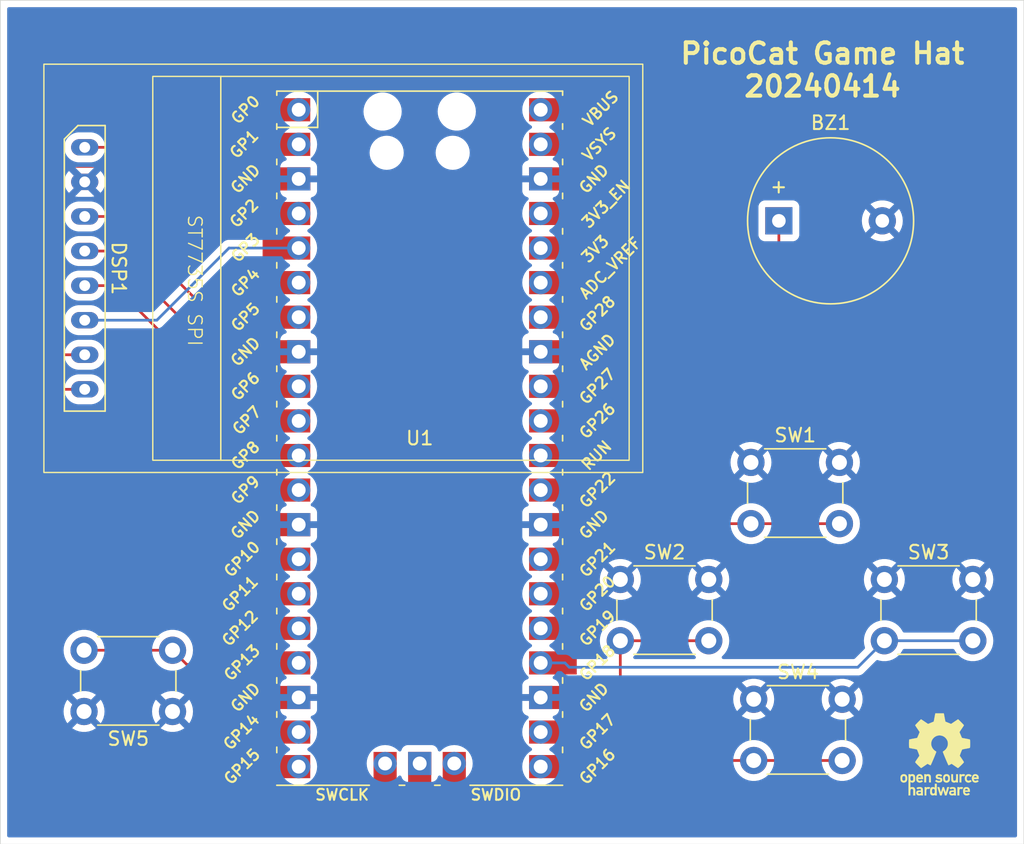
<source format=kicad_pcb>
(kicad_pcb (version 20240108) (generator "pcbnew") (generator_version "8.0")
  (layers (0 "F.Cu" signal) (31 "B.Cu" signal) (34 "B.Paste" user) (35 "F.Paste" user) (36 "B.SilkS" user "B.Silkscreen") (37 "F.SilkS" user "F.Silkscreen") (38 "B.Mask" user) (39 "F.Mask" user) (44 "Edge.Cuts" user))
  (net 0 "")
  (net 1 "Net-(DSP1-Vcc)")
  (net 2 "Net-(DSP1-D{slash}C)")
  (net 3 "GND")
  (net 4 "Net-(DSP1-LED)")
  (net 5 "Net-(DSP1-SCK)")
  (net 6 "Net-(DSP1-CS)")
  (net 7 "Net-(DSP1-RXD)")
  (net 8 "Net-(DSP1-Reset)")
  (net 31 "Net-(U1-GPIO19)")
  (net 32 "Net-(U1-GPIO17)")
  (net 33 "Net-(U1-GPIO18)")
  (net 34 "Net-(U1-GPIO16)")
  (net 35 "Net-(U1-GPIO13)")
  (net 36 "Net-(BZ1-+)")
  (footprint "Button_Switch_THT:SW_PUSH_6mm" (layer "F.Cu") (at 108.75 140.75)
    (property "Reference" "SW3" (at 3.25 -2 0) (layer "F.SilkS"))
    (property "Value" "Right")
    (pad "1" thru_hole circle (at 0 0 90) (size 2 2) (drill 1.1) (layers "*.Cu" "*.Mask") (net 3 "GND"))
    (pad "1" thru_hole circle (at 6.5 0 90) (size 2 2) (drill 1.1) (layers "*.Cu" "*.Mask") (net 3 "GND"))
    (pad "2" thru_hole circle (at 0 4.5 90) (size 2 2) (drill 1.1) (layers "*.Cu" "*.Mask") (net 33 "Net-(U1-GPIO18)"))
    (pad "2" thru_hole circle (at 6.5 4.5 90) (size 2 2) (drill 1.1) (layers "*.Cu" "*.Mask") (net 33 "Net-(U1-GPIO18)"))
  )
  (footprint "MCU_RaspberryPi_and_Boards:RPi_Pico_SMD_TH" (layer "F.Cu") (at 74.61 130.37)
    (property "Reference" "U1" (at 0 0 0) (layer "F.SilkS"))
    (property "Value" "Pico")
    (fp_text user "GP9" (at -12.8 3.81 45) (layer "F.SilkS") (effects (font (size 0.8 0.8))))
    (fp_text user "GP8" (at -12.8 1.27 45) (layer "F.SilkS") (effects (font (size 0.8 0.8))))
    (fp_text user "GP4" (at -12.8 -11.43 45) (layer "F.SilkS") (effects (font (size 0.8 0.8))))
    (fp_text user "GND" (at -12.8 -6.35 45) (layer "F.SilkS") (effects (font (size 0.8 0.8))))
    (fp_text user "GP7" (at -12.7 -1.3 45) (layer "F.SilkS") (effects (font (size 0.8 0.8))))
    (fp_text user "GP5" (at -12.8 -8.89 45) (layer "F.SilkS") (effects (font (size 0.8 0.8))))
    (fp_text user "GND" (at 12.8 -19.05 45) (layer "F.SilkS") (effects (font (size 0.8 0.8))))
    (fp_text user "GND" (at -12.8 19.05 45) (layer "F.SilkS") (effects (font (size 0.8 0.8))))
    (fp_text user "GND" (at 12.8 19.05 45) (layer "F.SilkS") (effects (font (size 0.8 0.8))))
    (fp_text user "GP13" (at -13.054 16.51 45) (layer "F.SilkS") (effects (font (size 0.8 0.8))))
    (fp_text user "GND" (at -12.8 -19.05 45) (layer "F.SilkS") (effects (font (size 0.8 0.8))))
    (fp_text user "GP10" (at -13.054 8.89 45) (layer "F.SilkS") (effects (font (size 0.8 0.8))))
    (fp_text user "3V3" (at 12.9 -13.9 45) (layer "F.SilkS") (effects (font (size 0.8 0.8))))
    (fp_text user "GP18" (at 13.054 16.51 45) (layer "F.SilkS") (effects (font (size 0.8 0.8))))
    (fp_text user "GP11" (at -13.2 11.43 45) (layer "F.SilkS") (effects (font (size 0.8 0.8))))
    (fp_text user "GP14" (at -13.1 21.59 45) (layer "F.SilkS") (effects (font (size 0.8 0.8))))
    (fp_text user "ADC_VREF" (at 14 -12.5 45) (layer "F.SilkS") (effects (font (size 0.8 0.8))))
    (fp_text user "GP26" (at 13.054 -1.27 45) (layer "F.SilkS") (effects (font (size 0.8 0.8))))
    (fp_text user "RUN" (at 13 1.27 45) (layer "F.SilkS") (effects (font (size 0.8 0.8))))
    (fp_text user "VBUS" (at 13.3 -24.2 45) (layer "F.SilkS") (effects (font (size 0.8 0.8))))
    (fp_text user "GP21" (at 13.054 8.9 45) (layer "F.SilkS") (effects (font (size 0.8 0.8))))
    (fp_text user "SWDIO" (at 5.6 26.2 0) (layer "F.SilkS") (effects (font (size 0.8 0.8))))
    (fp_text user "AGND" (at 13.054 -6.35 45) (layer "F.SilkS") (effects (font (size 0.8 0.8))))
    (fp_text user "VSYS" (at 13.2 -21.59 45) (layer "F.SilkS") (effects (font (size 0.8 0.8))))
    (fp_text user "GP20" (at 13.054 11.43 45) (layer "F.SilkS") (effects (font (size 0.8 0.8))))
    (fp_text user "GP12" (at -13.2 13.97 45) (layer "F.SilkS") (effects (font (size 0.8 0.8))))
    (fp_text user "GP22" (at 13.054 3.81 45) (layer "F.SilkS") (effects (font (size 0.8 0.8))))
    (fp_text user "GP6" (at -12.8 -3.81 45) (layer "F.SilkS") (effects (font (size 0.8 0.8))))
    (fp_text user "GP3" (at -12.8 -13.97 45) (layer "F.SilkS") (effects (font (size 0.8 0.8))))
    (fp_text user "GP15" (at -13.054 24.13 45) (layer "F.SilkS") (effects (font (size 0.8 0.8))))
    (fp_text user "SWCLK" (at -5.7 26.2 0) (layer "F.SilkS") (effects (font (size 0.8 0.8))))
    (fp_text user "GP19" (at 13.054 13.97 45) (layer "F.SilkS") (effects (font (size 0.8 0.8))))
    (fp_text user "GP2" (at -12.9 -16.51 45) (layer "F.SilkS") (effects (font (size 0.8 0.8))))
    (fp_text user "GND" (at 12.8 6.35 45) (layer "F.SilkS") (effects (font (size 0.8 0.8))))
    (fp_text user "3V3_EN" (at 13.7 -17.2 45) (layer "F.SilkS") (effects (font (size 0.8 0.8))))
    (fp_text user "GP17" (at 13.054 21.59 45) (layer "F.SilkS") (effects (font (size 0.8 0.8))))
    (fp_text user "GP27" (at 13.054 -3.8 45) (layer "F.SilkS") (effects (font (size 0.8 0.8))))
    (fp_text user "GP1" (at -12.9 -21.6 45) (layer "F.SilkS") (effects (font (size 0.8 0.8))))
    (fp_text user "GP0" (at -12.8 -24.13 45) (layer "F.SilkS") (effects (font (size 0.8 0.8))))
    (fp_text user "GP16" (at 13.054 24.13 45) (layer "F.SilkS") (effects (font (size 0.8 0.8))))
    (fp_text user "GND" (at -12.8 6.35 45) (layer "F.SilkS") (effects (font (size 0.8 0.8))))
    (fp_text user "GP28" (at 13.054 -9.144 45) (layer "F.SilkS") (effects (font (size 0.8 0.8))))
    (pad "" np_thru_hole oval (at -2.725 -24) (size 1.8 1.8) (drill 1.8) (layers "*.Cu" "*.Mask"))
    (pad "" np_thru_hole oval (at -2.425 -20.97) (size 1.5 1.5) (drill 1.5) (layers "*.Cu" "*.Mask"))
    (pad "" np_thru_hole oval (at 2.425 -20.97) (size 1.5 1.5) (drill 1.5) (layers "*.Cu" "*.Mask"))
    (pad "" np_thru_hole oval (at 2.725 -24) (size 1.8 1.8) (drill 1.8) (layers "*.Cu" "*.Mask"))
    (pad "1" thru_hole oval (at -8.89 -24.13) (size 1.7 1.7) (drill 1.02) (layers "*.Cu" "*.Mask") (net 4 "Net-(DSP1-LED)"))
    (pad "1" smd rect (at -8.89 -24.13) (size 3.5 1.7) (drill (offset -0.9 0)) (layers "F.Cu" "F.Mask") (net 4 "Net-(DSP1-LED)"))
    (pad "2" thru_hole oval (at -8.89 -21.59) (size 1.7 1.7) (drill 1.02) (layers "*.Cu" "*.Mask"))
    (pad "2" smd rect (at -8.89 -21.59) (size 3.5 1.7) (drill (offset -0.9 0)) (layers "F.Cu" "F.Mask"))
    (pad "3" thru_hole rect (at -8.89 -19.05) (size 1.7 1.7) (drill 1.02) (layers "*.Cu" "*.Mask") (net 3 "GND"))
    (pad "3" smd rect (at -8.89 -19.05) (size 3.5 1.7) (drill (offset -0.9 0)) (layers "F.Cu" "F.Mask") (net 3 "GND"))
    (pad "4" thru_hole oval (at -8.89 -16.51) (size 1.7 1.7) (drill 1.02) (layers "*.Cu" "*.Mask") (net 5 "Net-(DSP1-SCK)"))
    (pad "4" smd rect (at -8.89 -16.51) (size 3.5 1.7) (drill (offset -0.9 0)) (layers "F.Cu" "F.Mask") (net 5 "Net-(DSP1-SCK)"))
    (pad "5" thru_hole oval (at -8.89 -13.97) (size 1.7 1.7) (drill 1.02) (layers "*.Cu" "*.Mask") (net 7 "Net-(DSP1-RXD)"))
    (pad "5" smd rect (at -8.89 -13.97) (size 3.5 1.7) (drill (offset -0.9 0)) (layers "F.Cu" "F.Mask") (net 7 "Net-(DSP1-RXD)"))
    (pad "6" thru_hole oval (at -8.89 -11.43) (size 1.7 1.7) (drill 1.02) (layers "*.Cu" "*.Mask"))
    (pad "6" smd rect (at -8.89 -11.43) (size 3.5 1.7) (drill (offset -0.9 0)) (layers "F.Cu" "F.Mask"))
    (pad "7" thru_hole oval (at -8.89 -8.89) (size 1.7 1.7) (drill 1.02) (layers "*.Cu" "*.Mask") (net 6 "Net-(DSP1-CS)"))
    (pad "7" smd rect (at -8.89 -8.89) (size 3.5 1.7) (drill (offset -0.9 0)) (layers "F.Cu" "F.Mask") (net 6 "Net-(DSP1-CS)"))
    (pad "8" thru_hole rect (at -8.89 -6.35) (size 1.7 1.7) (drill 1.02) (layers "*.Cu" "*.Mask") (net 3 "GND"))
    (pad "8" smd rect (at -8.89 -6.35) (size 3.5 1.7) (drill (offset -0.9 0)) (layers "F.Cu" "F.Mask") (net 3 "GND"))
    (pad "9" thru_hole oval (at -8.89 -3.81) (size 1.7 1.7) (drill 1.02) (layers "*.Cu" "*.Mask") (net 8 "Net-(DSP1-Reset)"))
    (pad "9" smd rect (at -8.89 -3.81) (size 3.5 1.7) (drill (offset -0.9 0)) (layers "F.Cu" "F.Mask") (net 8 "Net-(DSP1-Reset)"))
    (pad "10" thru_hole oval (at -8.89 -1.27) (size 1.7 1.7) (drill 1.02) (layers "*.Cu" "*.Mask") (net 2 "Net-(DSP1-D{slash}C)"))
    (pad "10" smd rect (at -8.89 -1.27) (size 3.5 1.7) (drill (offset -0.9 0)) (layers "F.Cu" "F.Mask") (net 2 "Net-(DSP1-D{slash}C)"))
    (pad "11" thru_hole oval (at -8.89 1.27) (size 1.7 1.7) (drill 1.02) (layers "*.Cu" "*.Mask"))
    (pad "11" smd rect (at -8.89 1.27) (size 3.5 1.7) (drill (offset -0.9 0)) (layers "F.Cu" "F.Mask"))
    (pad "12" thru_hole oval (at -8.89 3.81) (size 1.7 1.7) (drill 1.02) (layers "*.Cu" "*.Mask"))
    (pad "12" smd rect (at -8.89 3.81) (size 3.5 1.7) (drill (offset -0.9 0)) (layers "F.Cu" "F.Mask"))
    (pad "13" thru_hole rect (at -8.89 6.35) (size 1.7 1.7) (drill 1.02) (layers "*.Cu" "*.Mask") (net 3 "GND"))
    (pad "13" smd rect (at -8.89 6.35) (size 3.5 1.7) (drill (offset -0.9 0)) (layers "F.Cu" "F.Mask") (net 3 "GND"))
    (pad "14" thru_hole oval (at -8.89 8.89) (size 1.7 1.7) (drill 1.02) (layers "*.Cu" "*.Mask"))
    (pad "14" smd rect (at -8.89 8.89) (size 3.5 1.7) (drill (offset -0.9 0)) (layers "F.Cu" "F.Mask"))
    (pad "15" thru_hole oval (at -8.89 11.43) (size 1.7 1.7) (drill 1.02) (layers "*.Cu" "*.Mask"))
    (pad "15" smd rect (at -8.89 11.43) (size 3.5 1.7) (drill (offset -0.9 0)) (layers "F.Cu" "F.Mask"))
    (pad "16" thru_hole oval (at -8.89 13.97) (size 1.7 1.7) (drill 1.02) (layers "*.Cu" "*.Mask"))
    (pad "16" smd rect (at -8.89 13.97) (size 3.5 1.7) (drill (offset -0.9 0)) (layers "F.Cu" "F.Mask"))
    (pad "17" thru_hole oval (at -8.89 16.51) (size 1.7 1.7) (drill 1.02) (layers "*.Cu" "*.Mask") (net 35 "Net-(U1-GPIO13)"))
    (pad "17" smd rect (at -8.89 16.51) (size 3.5 1.7) (drill (offset -0.9 0)) (layers "F.Cu" "F.Mask") (net 35 "Net-(U1-GPIO13)"))
    (pad "18" thru_hole rect (at -8.89 19.05) (size 1.7 1.7) (drill 1.02) (layers "*.Cu" "*.Mask") (net 3 "GND"))
    (pad "18" smd rect (at -8.89 19.05) (size 3.5 1.7) (drill (offset -0.9 0)) (layers "F.Cu" "F.Mask") (net 3 "GND"))
    (pad "19" thru_hole oval (at -8.89 21.59) (size 1.7 1.7) (drill 1.02) (layers "*.Cu" "*.Mask"))
    (pad "19" smd rect (at -8.89 21.59) (size 3.5 1.7) (drill (offset -0.9 0)) (layers "F.Cu" "F.Mask"))
    (pad "20" thru_hole oval (at -8.89 24.13) (size 1.7 1.7) (drill 1.02) (layers "*.Cu" "*.Mask"))
    (pad "20" smd rect (at -8.89 24.13) (size 3.5 1.7) (drill (offset -0.9 0)) (layers "F.Cu" "F.Mask"))
    (pad "21" thru_hole oval (at 8.89 24.13) (size 1.7 1.7) (drill 1.02) (layers "*.Cu" "*.Mask") (net 34 "Net-(U1-GPIO16)"))
    (pad "21" smd rect (at 8.89 24.13) (size 3.5 1.7) (drill (offset 0.9 0)) (layers "F.Cu" "F.Mask") (net 34 "Net-(U1-GPIO16)"))
    (pad "22" thru_hole oval (at 8.89 21.59) (size 1.7 1.7) (drill 1.02) (layers "*.Cu" "*.Mask") (net 32 "Net-(U1-GPIO17)"))
    (pad "22" smd rect (at 8.89 21.59) (size 3.5 1.7) (drill (offset 0.9 0)) (layers "F.Cu" "F.Mask") (net 32 "Net-(U1-GPIO17)"))
    (pad "23" thru_hole rect (at 8.89 19.05) (size 1.7 1.7) (drill 1.02) (layers "*.Cu" "*.Mask") (net 3 "GND"))
    (pad "23" smd rect (at 8.89 19.05) (size 3.5 1.7) (drill (offset 0.9 0)) (layers "F.Cu" "F.Mask") (net 3 "GND"))
    (pad "24" thru_hole oval (at 8.89 16.51) (size 1.7 1.7) (drill 1.02) (layers "*.Cu" "*.Mask") (net 33 "Net-(U1-GPIO18)"))
    (pad "24" smd rect (at 8.89 16.51) (size 3.5 1.7) (drill (offset 0.9 0)) (layers "F.Cu" "F.Mask") (net 33 "Net-(U1-GPIO18)"))
    (pad "25" thru_hole oval (at 8.89 13.97) (size 1.7 1.7) (drill 1.02) (layers "*.Cu" "*.Mask") (net 31 "Net-(U1-GPIO19)"))
    (pad "25" smd rect (at 8.89 13.97) (size 3.5 1.7) (drill (offset 0.9 0)) (layers "F.Cu" "F.Mask") (net 31 "Net-(U1-GPIO19)"))
    (pad "26" thru_hole oval (at 8.89 11.43) (size 1.7 1.7) (drill 1.02) (layers "*.Cu" "*.Mask") (net 36 "Net-(BZ1-+)"))
    (pad "26" smd rect (at 8.89 11.43) (size 3.5 1.7) (drill (offset 0.9 0)) (layers "F.Cu" "F.Mask") (net 36 "Net-(BZ1-+)"))
    (pad "27" thru_hole oval (at 8.89 8.89) (size 1.7 1.7) (drill 1.02) (layers "*.Cu" "*.Mask"))
    (pad "27" smd rect (at 8.89 8.89) (size 3.5 1.7) (drill (offset 0.9 0)) (layers "F.Cu" "F.Mask"))
    (pad "28" thru_hole rect (at 8.89 6.35) (size 1.7 1.7) (drill 1.02) (layers "*.Cu" "*.Mask") (net 3 "GND"))
    (pad "28" smd rect (at 8.89 6.35) (size 3.5 1.7) (drill (offset 0.9 0)) (layers "F.Cu" "F.Mask") (net 3 "GND"))
    (pad "29" thru_hole oval (at 8.89 3.81) (size 1.7 1.7) (drill 1.02) (layers "*.Cu" "*.Mask"))
    (pad "29" smd rect (at 8.89 3.81) (size 3.5 1.7) (drill (offset 0.9 0)) (layers "F.Cu" "F.Mask"))
    (pad "30" thru_hole oval (at 8.89 1.27) (size 1.7 1.7) (drill 1.02) (layers "*.Cu" "*.Mask"))
    (pad "30" smd rect (at 8.89 1.27) (size 3.5 1.7) (drill (offset 0.9 0)) (layers "F.Cu" "F.Mask"))
    (pad "31" thru_hole oval (at 8.89 -1.27) (size 1.7 1.7) (drill 1.02) (layers "*.Cu" "*.Mask"))
    (pad "31" smd rect (at 8.89 -1.27) (size 3.5 1.7) (drill (offset 0.9 0)) (layers "F.Cu" "F.Mask"))
    (pad "32" thru_hole oval (at 8.89 -3.81) (size 1.7 1.7) (drill 1.02) (layers "*.Cu" "*.Mask"))
    (pad "32" smd rect (at 8.89 -3.81) (size 3.5 1.7) (drill (offset 0.9 0)) (layers "F.Cu" "F.Mask"))
    (pad "33" thru_hole rect (at 8.89 -6.35) (size 1.7 1.7) (drill 1.02) (layers "*.Cu" "*.Mask") (net 3 "GND"))
    (pad "33" smd rect (at 8.89 -6.35) (size 3.5 1.7) (drill (offset 0.9 0)) (layers "F.Cu" "F.Mask") (net 3 "GND"))
    (pad "34" thru_hole oval (at 8.89 -8.89) (size 1.7 1.7) (drill 1.02) (layers "*.Cu" "*.Mask"))
    (pad "34" smd rect (at 8.89 -8.89) (size 3.5 1.7) (drill (offset 0.9 0)) (layers "F.Cu" "F.Mask"))
    (pad "35" thru_hole oval (at 8.89 -11.43) (size 1.7 1.7) (drill 1.02) (layers "*.Cu" "*.Mask"))
    (pad "35" smd rect (at 8.89 -11.43) (size 3.5 1.7) (drill (offset 0.9 0)) (layers "F.Cu" "F.Mask"))
    (pad "36" thru_hole oval (at 8.89 -13.97) (size 1.7 1.7) (drill 1.02) (layers "*.Cu" "*.Mask") (net 1 "Net-(DSP1-Vcc)"))
    (pad "36" smd rect (at 8.89 -13.97) (size 3.5 1.7) (drill (offset 0.9 0)) (layers "F.Cu" "F.Mask") (net 1 "Net-(DSP1-Vcc)"))
    (pad "37" thru_hole oval (at 8.89 -16.51) (size 1.7 1.7) (drill 1.02) (layers "*.Cu" "*.Mask"))
    (pad "37" smd rect (at 8.89 -16.51) (size 3.5 1.7) (drill (offset 0.9 0)) (layers "F.Cu" "F.Mask"))
    (pad "38" thru_hole rect (at 8.89 -19.05) (size 1.7 1.7) (drill 1.02) (layers "*.Cu" "*.Mask") (net 3 "GND"))
    (pad "38" smd rect (at 8.89 -19.05) (size 3.5 1.7) (drill (offset 0.9 0)) (layers "F.Cu" "F.Mask") (net 3 "GND"))
    (pad "39" thru_hole oval (at 8.89 -21.59) (size 1.7 1.7) (drill 1.02) (layers "*.Cu" "*.Mask"))
    (pad "39" smd rect (at 8.89 -21.59) (size 3.5 1.7) (drill (offset 0.9 0)) (layers "F.Cu" "F.Mask"))
    (pad "40" thru_hole oval (at 8.89 -24.13) (size 1.7 1.7) (drill 1.02) (layers "*.Cu" "*.Mask"))
    (pad "40" smd rect (at 8.89 -24.13) (size 3.5 1.7) (drill (offset 0.9 0)) (layers "F.Cu" "F.Mask"))
    (pad "41" thru_hole oval (at -2.54 23.9) (size 1.7 1.7) (drill 1.02) (layers "*.Cu" "*.Mask"))
    (pad "41" smd rect (at -2.54 23.9 90) (size 3.5 1.7) (drill (offset -0.9 0)) (layers "F.Cu" "F.Mask"))
    (pad "42" thru_hole rect (at 0 23.9) (size 1.7 1.7) (drill 1.02) (layers "*.Cu" "*.Mask"))
    (pad "42" smd rect (at 0 23.9 90) (size 3.5 1.7) (drill (offset -0.9 0)) (layers "F.Cu" "F.Mask"))
    (pad "43" thru_hole oval (at 2.54 23.9) (size 1.7 1.7) (drill 1.02) (layers "*.Cu" "*.Mask"))
    (pad "43" smd rect (at 2.54 23.9 90) (size 3.5 1.7) (drill (offset -0.9 0)) (layers "F.Cu" "F.Mask"))
  )
  (footprint "Button_Switch_THT:SW_PUSH_6mm" (layer "F.Cu") (at 89.35 140.75)
    (property "Reference" "SW2" (at 3.25 -2 0) (layer "F.SilkS"))
    (property "Value" "Left")
    (pad "1" thru_hole circle (at 0 0 90) (size 2 2) (drill 1.1) (layers "*.Cu" "*.Mask") (net 3 "GND"))
    (pad "1" thru_hole circle (at 6.5 0 90) (size 2 2) (drill 1.1) (layers "*.Cu" "*.Mask") (net 3 "GND"))
    (pad "2" thru_hole circle (at 0 4.5 90) (size 2 2) (drill 1.1) (layers "*.Cu" "*.Mask") (net 32 "Net-(U1-GPIO17)"))
    (pad "2" thru_hole circle (at 6.5 4.5 90) (size 2 2) (drill 1.1) (layers "*.Cu" "*.Mask") (net 32 "Net-(U1-GPIO17)"))
  )
  (footprint "ScottSystemsKiCAD:SIP-8" (layer "F.Cu") (at 50 117.89 -90)
    (property "Reference" "DSP1" (at 0 -2.5 -90) (layer "F.SilkS"))
    (property "Value" "~")
    (fp_text user "ST7735S SPI" (at -4 -7.5 -90) (layer "F.SilkS") (effects (font (thickness 0.1)) (justify left bottom)))
    (pad "1" thru_hole oval (at -8.89 0 270) (size 1.2 2) (drill 0.8) (layers "*.Cu" "*.Mask") (net 1 "Net-(DSP1-Vcc)"))
    (pad "2" thru_hole oval (at -6.35 0 270) (size 1.2 2) (drill 0.8) (layers "*.Cu" "*.Mask") (net 3 "GND"))
    (pad "3" thru_hole oval (at -3.81 0 270) (size 1.2 2) (drill 0.8) (layers "*.Cu" "*.Mask") (net 6 "Net-(DSP1-CS)"))
    (pad "4" thru_hole oval (at -1.27 0 270) (size 1.2 2) (drill 0.8) (layers "*.Cu" "*.Mask") (net 8 "Net-(DSP1-Reset)"))
    (pad "5" thru_hole oval (at 1.27 0 270) (size 1.2 2) (drill 0.8) (layers "*.Cu" "*.Mask") (net 2 "Net-(DSP1-D{slash}C)"))
    (pad "6" thru_hole oval (at 3.81 0 270) (size 1.2 2) (drill 0.8) (layers "*.Cu" "*.Mask") (net 7 "Net-(DSP1-RXD)"))
    (pad "7" thru_hole oval (at 6.35 0 270) (size 1.2 2) (drill 0.8) (layers "*.Cu" "*.Mask") (net 5 "Net-(DSP1-SCK)"))
    (pad "8" thru_hole oval (at 8.89 0 270) (size 1.2 2) (drill 0.8) (layers "*.Cu" "*.Mask") (net 4 "Net-(DSP1-LED)"))
  )
  (footprint "Button_Switch_THT:SW_PUSH_6mm" (layer "F.Cu") (at 56.45 150.45 180)
    (property "Reference" "SW5" (at 3.25 -2 180) (layer "F.SilkS"))
    (property "Value" "Fire")
    (pad "1" thru_hole circle (at 0 0 270) (size 2 2) (drill 1.1) (layers "*.Cu" "*.Mask") (net 3 "GND"))
    (pad "1" thru_hole circle (at 6.5 0 270) (size 2 2) (drill 1.1) (layers "*.Cu" "*.Mask") (net 3 "GND"))
    (pad "2" thru_hole circle (at 0 4.5 270) (size 2 2) (drill 1.1) (layers "*.Cu" "*.Mask") (net 35 "Net-(U1-GPIO13)"))
    (pad "2" thru_hole circle (at 6.5 4.5 270) (size 2 2) (drill 1.1) (layers "*.Cu" "*.Mask") (net 35 "Net-(U1-GPIO13)"))
  )
  (footprint "Symbol:OSHW-Logo_5.7x6mm_SilkScreen" (layer "F.Cu") (at 112.8 153.6)
    (property "Reference" "REF**" (hide yes))
    (property "Value" "OSHW-Logo_5.7x6mm_SilkScreen" (hide yes))
  )
  (footprint "Button_Switch_THT:SW_PUSH_6mm" (layer "F.Cu") (at 99.15 149.55)
    (property "Reference" "SW4" (at 3.25 -2 0) (layer "F.SilkS"))
    (property "Value" "Down")
    (pad "1" thru_hole circle (at 0 0 90) (size 2 2) (drill 1.1) (layers "*.Cu" "*.Mask") (net 3 "GND"))
    (pad "1" thru_hole circle (at 6.5 0 90) (size 2 2) (drill 1.1) (layers "*.Cu" "*.Mask") (net 3 "GND"))
    (pad "2" thru_hole circle (at 0 4.5 90) (size 2 2) (drill 1.1) (layers "*.Cu" "*.Mask") (net 34 "Net-(U1-GPIO16)"))
    (pad "2" thru_hole circle (at 6.5 4.5 90) (size 2 2) (drill 1.1) (layers "*.Cu" "*.Mask") (net 34 "Net-(U1-GPIO16)"))
  )
  (footprint "Buzzer_Beeper:Buzzer_12x9.5RM7.6" (layer "F.Cu") (at 101 114.4)
    (property "Reference" "BZ1" (at 3.8 -7.2 0) (layer "F.SilkS"))
    (property "Value" "Buzzer")
    (fp_text user "+" (at -0.01 -2.54 0) (layer "F.SilkS"))
    (pad "1" thru_hole rect (at 0 0) (size 2 2) (drill 1) (layers "*.Cu" "*.Mask") (net 36 "Net-(BZ1-+)"))
    (pad "2" thru_hole circle (at 7.6 0) (size 2 2) (drill 1) (layers "*.Cu" "*.Mask") (net 3 "GND"))
  )
  (footprint "Button_Switch_THT:SW_PUSH_6mm" (layer "F.Cu") (at 98.95 132.15)
    (property "Reference" "SW1" (at 3.25 -2 0) (layer "F.SilkS"))
    (property "Value" "UP")
    (pad "1" thru_hole circle (at 0 0 90) (size 2 2) (drill 1.1) (layers "*.Cu" "*.Mask") (net 3 "GND"))
    (pad "1" thru_hole circle (at 6.5 0 90) (size 2 2) (drill 1.1) (layers "*.Cu" "*.Mask") (net 3 "GND"))
    (pad "2" thru_hole circle (at 0 4.5 90) (size 2 2) (drill 1.1) (layers "*.Cu" "*.Mask") (net 31 "Net-(U1-GPIO19)"))
    (pad "2" thru_hole circle (at 6.5 4.5 90) (size 2 2) (drill 1.1) (layers "*.Cu" "*.Mask") (net 31 "Net-(U1-GPIO19)"))
  )
  (gr_rect (start 43.8 98.2) (end 119 160.2) (stroke (width 0.05)) (fill none) (layer "Edge.Cuts"))
  (gr_text "PicoCat Game Hat\n20240414" (at 104.2 105.4 0) (layer "F.SilkS") (effects (font (size 1.5 1.5) (thickness 0.3) (bold yes)) (justify bottom)))
  (segment (start 89.4 116.4) (end 83.5 116.4) (width 0.2) (layer "F.Cu") (net 1))
  (segment (start 89.5 116.5) (end 89.4 116.4) (width 0.2) (layer "F.Cu") (net 1))
  (segment (start 57 101.5) (end 54.5 104) (width 0.2) (layer "F.Cu") (net 1))
  (segment (start 57 101.5) (end 92 101.5) (width 0.2) (layer "F.Cu") (net 1))
  (segment (start 54.5 104) (end 54.5 107) (width 0.2) (layer "F.Cu") (net 1))
  (segment (start 52.5 109) (end 50 109) (width 0.2) (layer "F.Cu") (net 1))
  (segment (start 92 101.5) (end 92 114) (width 0.2) (layer "F.Cu") (net 1))
  (segment (start 54.5 107) (end 52.5 109) (width 0.2) (layer "F.Cu") (net 1))
  (segment (start 92 114) (end 89.5 116.5) (width 0.2) (layer "F.Cu") (net 1))
  (segment (start 62.1 129.1) (end 65.72 129.1) (width 0.2) (layer "F.Cu") (net 2))
  (segment (start 50 119.16) (end 52.16 119.16) (width 0.2) (layer "F.Cu") (net 2))
  (segment (start 52.16 119.16) (end 62.1 129.1) (width 0.2) (layer "F.Cu") (net 2))
  (segment (start 46.2 110.4) (end 53.2 110.4) (width 0.2) (layer "F.Cu") (net 4))
  (segment (start 45.4 111.2) (end 46.2 110.4) (width 0.2) (layer "F.Cu") (net 4))
  (segment (start 57.4 106.2) (end 57.8 106.2) (width 0.2) (layer "F.Cu") (net 4))
  (segment (start 45.4 124) (end 45.4 111.2) (width 0.2) (layer "F.Cu") (net 4))
  (segment (start 53.2 110.4) (end 57.4 106.2) (width 0.2) (layer "F.Cu") (net 4))
  (segment (start 57.8 106.2) (end 57.84 106.24) (width 0.2) (layer "F.Cu") (net 4))
  (segment (start 50 126.78) (end 48.18 126.78) (width 0.2) (layer "F.Cu") (net 4))
  (segment (start 48.18 126.78) (end 45.4 124) (width 0.2) (layer "F.Cu") (net 4))
  (segment (start 57.84 106.24) (end 65.72 106.24) (width 0.2) (layer "F.Cu") (net 4))
  (segment (start 59.8 112.8) (end 60.86 113.86) (width 0.2) (layer "F.Cu") (net 5))
  (segment (start 46.6 114) (end 47.8 112.8) (width 0.2) (layer "F.Cu") (net 5))
  (segment (start 48.04 124.24) (end 46.6 122.8) (width 0.2) (layer "F.Cu") (net 5))
  (segment (start 46.6 122.8) (end 46.6 114) (width 0.2) (layer "F.Cu") (net 5))
  (segment (start 60.86 113.86) (end 65.72 113.86) (width 0.2) (layer "F.Cu") (net 5))
  (segment (start 47.8 112.8) (end 59.8 112.8) (width 0.2) (layer "F.Cu") (net 5))
  (segment (start 50 124.24) (end 48.04 124.24) (width 0.2) (layer "F.Cu") (net 5))
  (segment (start 59.5 121.5) (end 59.52 121.48) (width 0.2) (layer "F.Cu") (net 6))
  (segment (start 59.52 121.48) (end 65.72 121.48) (width 0.2) (layer "F.Cu") (net 6))
  (segment (start 52.08 114.08) (end 59.5 121.5) (width 0.2) (layer "F.Cu") (net 6))
  (segment (start 50 114.08) (end 52.08 114.08) (width 0.2) (layer "F.Cu") (net 6))
  (segment (start 55.3 121.7) (end 60.6 116.4) (width 0.2) (layer "B.Cu") (net 7))
  (segment (start 60.6 116.4) (end 65.72 116.4) (width 0.2) (layer "B.Cu") (net 7))
  (segment (start 50 121.7) (end 55.3 121.7) (width 0.2) (layer "B.Cu") (net 7))
  (segment (start 62 126.5) (end 62.5 126.5) (width 0.2) (layer "F.Cu") (net 8))
  (segment (start 52.12 116.62) (end 62 126.5) (width 0.2) (layer "F.Cu") (net 8))
  (segment (start 50 116.62) (end 52.12 116.62) (width 0.2) (layer "F.Cu") (net 8))
  (segment (start 62.5 126.5) (end 62.56 126.56) (width 0.2) (layer "F.Cu") (net 8))
  (segment (start 62.56 126.56) (end 65.72 126.56) (width 0.2) (layer "F.Cu") (net 8))
  (segment (start 92.8 139) (end 92.8 141.6) (width 0.2) (layer "F.Cu") (net 31))
  (segment (start 98.95 136.65) (end 95.15 136.65) (width 0.2) (layer "F.Cu") (net 31))
  (segment (start 95.15 136.65) (end 92.8 139) (width 0.2) (layer "F.Cu") (net 31))
  (segment (start 92.8 141.6) (end 91.4 143) (width 0.2) (layer "F.Cu") (net 31))
  (segment (start 105.45 136.65) (end 98.95 136.65) (width 0.2) (layer "F.Cu") (net 31))
  (segment (start 91.4 143) (end 88.2 143) (width 0.2) (layer "F.Cu") (net 31))
  (segment (start 88.2 143) (end 86.86 144.34) (width 0.2) (layer "F.Cu") (net 31))
  (segment (start 86.86 144.34) (end 83.5 144.34) (width 0.2) (layer "F.Cu") (net 31))
  (segment (start 89.35 149.85) (end 89.35 145.25) (width 0.2) (layer "F.Cu") (net 32))
  (segment (start 83.5 151.96) (end 87.24 151.96) (width 0.2) (layer "F.Cu") (net 32))
  (segment (start 89.35 145.25) (end 95.85 145.25) (width 0.2) (layer "F.Cu") (net 32))
  (segment (start 87.24 151.96) (end 89.35 149.85) (width 0.2) (layer "F.Cu") (net 32))
  (segment (start 85.28 146.88) (end 83.5 146.88) (width 0.2) (layer "B.Cu") (net 33))
  (segment (start 106.8 147.2) (end 85.6 147.2) (width 0.2) (layer "B.Cu") (net 33))
  (segment (start 115.25 145.25) (end 108.75 145.25) (width 0.2) (layer "B.Cu") (net 33))
  (segment (start 108.75 145.25) (end 106.8 147.2) (width 0.2) (layer "B.Cu") (net 33))
  (segment (start 85.6 147.2) (end 85.28 146.88) (width 0.2) (layer "B.Cu") (net 33))
  (segment (start 99.15 154.05) (end 83.95 154.05) (width 0.2) (layer "F.Cu") (net 34))
  (segment (start 105.65 154.05) (end 99.15 154.05) (width 0.2) (layer "F.Cu") (net 34))
  (segment (start 83.95 154.05) (end 83.5 154.5) (width 0.2) (layer "F.Cu") (net 34))
  (segment (start 61.72 146.88) (end 65.72 146.88) (width 0.2) (layer "F.Cu") (net 35))
  (segment (start 56.45 145.95) (end 57.5 147) (width 0.2) (layer "F.Cu") (net 35))
  (segment (start 49.95 145.95) (end 56.45 145.95) (width 0.2) (layer "F.Cu") (net 35))
  (segment (start 61.6 147) (end 61.72 146.88) (width 0.2) (layer "F.Cu") (net 35))
  (segment (start 57.5 147) (end 61.6 147) (width 0.2) (layer "F.Cu") (net 35))
  (segment (start 101 123) (end 101 114.4) (width 0.2) (layer "F.Cu") (net 36))
  (segment (start 87 141) (end 87 137) (width 0.2) (layer "F.Cu") (net 36))
  (segment (start 87 137) (end 101 123) (width 0.2) (layer "F.Cu") (net 36))
  (segment (start 86.2 141.8) (end 87 141) (width 0.2) (layer "F.Cu") (net 36))
  (segment (start 83.5 141.8) (end 86.2 141.8) (width 0.2) (layer "F.Cu") (net 36))
  (zone (net 3) (net_name "GND") (layer "B.Cu") (connect_pads (clearance 0.5)) (min_thickness 0.25) (fill yes (thermal_gap 0.5) (thermal_bridge_width 0.5))
    (polygon (pts (xy 43.8 98.2) (xy 43.8 160.2) (xy 119 160.2) (xy 119 98.2)))
  )
)
</source>
